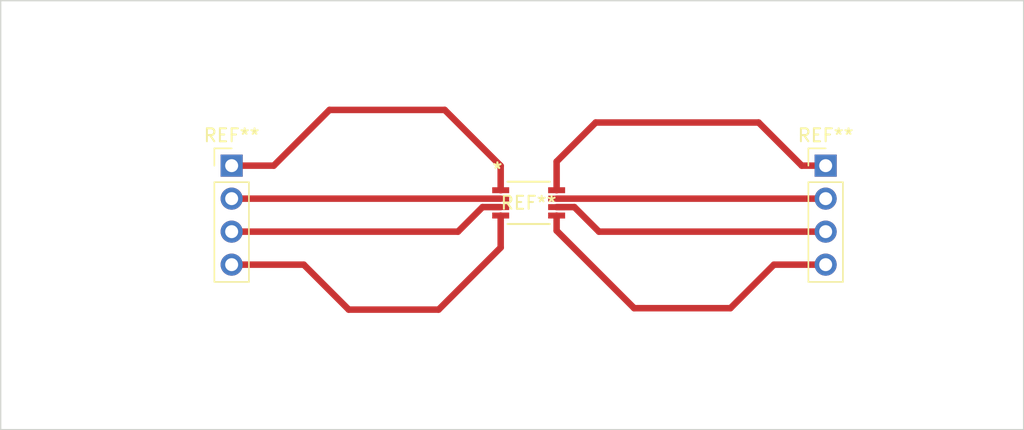
<source format=kicad_pcb>
(kicad_pcb (version 20221018) (generator pcbnew)
  (layers (0 "F.Cu" signal) (31 "B.Cu" signal) (34 "B.Paste" user) (35 "F.Paste" user) (36 "B.SilkS" user "B.Silkscreen") (37 "F.SilkS" user "F.Silkscreen") (38 "B.Mask" user) (39 "F.Mask" user) (44 "Edge.Cuts" user))
  (net 0 "")
  (footprint "Connector_PinHeader_2.54mm:PinHeader_1x04_P2.54mm_Vertical" (layer "F.Cu") (at 154.94 91.44)
    (fp_text reference "REF**" (at 0 -2.33) (layer "F.SilkS"))
    (fp_text value "PinHeader_1x04_P2.54mm_Vertical")
    (fp_line (start -1.33 -1.33) (end 0 -1.33) (stroke (width 0.12)) (layer "F.SilkS"))
    (fp_line (start -1.33 0) (end -1.33 -1.33) (stroke (width 0.12)) (layer "F.SilkS"))
    (fp_line (start -1.33 1.27) (end -1.33 8.95) (stroke (width 0.12)) (layer "F.SilkS"))
    (fp_line (start -1.33 1.27) (end 1.33 1.27) (stroke (width 0.12)) (layer "F.SilkS"))
    (fp_line (start -1.33 8.95) (end 1.33 8.95) (stroke (width 0.12)) (layer "F.SilkS"))
    (fp_line (start 1.33 1.27) (end 1.33 8.95) (stroke (width 0.12)) (layer "F.SilkS"))
    (pad "1" thru_hole rect (at 0 0) (size 1.7 1.7) (drill 1) (layers "*.Cu" "*.Mask"))
    (pad "2" thru_hole oval (at 0 2.54) (size 1.7 1.7) (drill 1) (layers "*.Cu" "*.Mask"))
    (pad "3" thru_hole oval (at 0 5.08) (size 1.7 1.7) (drill 1) (layers "*.Cu" "*.Mask"))
    (pad "4" thru_hole oval (at 0 7.62) (size 1.7 1.7) (drill 1) (layers "*.Cu" "*.Mask"))
  )
  (footprint "VCO:TSSOP8_3P10X3P10_ONS" (layer "F.Cu") (at 132.08 94.305001)
    (fp_text reference "REF**" (at 0 0 unlocked) (layer "F.SilkS"))
    (fp_text value "TSSOP8_3P10X3P10_ONS")
    (fp_text user "*" (at -2.40665 -2.5752 unlocked) (layer "F.SilkS"))
    (fp_text user "*" (at -2.40665 -2.5752) (layer "F.SilkS"))
    (fp_line (start -1.6256 1.6256) (end 1.6256 1.6256) (stroke (width 0.1524)) (layer "F.SilkS"))
    (fp_line (start 1.6256 -1.6256) (end -1.6256 -1.6256) (stroke (width 0.1524)) (layer "F.SilkS"))
    (pad "1" smd rect (at -2.15265 -0.974999) (size 1.3081 0.4572) (layers "F.Cu" "F.Paste" "F.Mask"))
    (pad "2" smd rect (at -2.15265 -0.325001) (size 1.3081 0.4572) (layers "F.Cu" "F.Paste" "F.Mask"))
    (pad "3" smd rect (at -2.15265 0.325001) (size 1.3081 0.4572) (layers "F.Cu" "F.Paste" "F.Mask"))
    (pad "4" smd rect (at -2.15265 0.974999) (size 1.3081 0.4572) (layers "F.Cu" "F.Paste" "F.Mask"))
    (pad "5" smd rect (at 2.15265 0.974999) (size 1.3081 0.4572) (layers "F.Cu" "F.Paste" "F.Mask"))
    (pad "6" smd rect (at 2.15265 0.325001) (size 1.3081 0.4572) (layers "F.Cu" "F.Paste" "F.Mask"))
    (pad "7" smd rect (at 2.15265 -0.325001) (size 1.3081 0.4572) (layers "F.Cu" "F.Paste" "F.Mask"))
    (pad "8" smd rect (at 2.15265 -0.974999) (size 1.3081 0.4572) (layers "F.Cu" "F.Paste" "F.Mask"))
  )
  (footprint "Connector_PinHeader_2.54mm:PinHeader_1x04_P2.54mm_Vertical" (layer "F.Cu") (at 109.22 91.44)
    (fp_text reference "REF**" (at 0 -2.33) (layer "F.SilkS"))
    (fp_text value "PinHeader_1x04_P2.54mm_Vertical")
    (fp_line (start -1.33 -1.33) (end 0 -1.33) (stroke (width 0.12)) (layer "F.SilkS"))
    (fp_line (start -1.33 0) (end -1.33 -1.33) (stroke (width 0.12)) (layer "F.SilkS"))
    (fp_line (start -1.33 1.27) (end -1.33 8.95) (stroke (width 0.12)) (layer "F.SilkS"))
    (fp_line (start -1.33 1.27) (end 1.33 1.27) (stroke (width 0.12)) (layer "F.SilkS"))
    (fp_line (start -1.33 8.95) (end 1.33 8.95) (stroke (width 0.12)) (layer "F.SilkS"))
    (fp_line (start 1.33 1.27) (end 1.33 8.95) (stroke (width 0.12)) (layer "F.SilkS"))
    (pad "1" thru_hole rect (at 0 0) (size 1.7 1.7) (drill 1) (layers "*.Cu" "*.Mask"))
    (pad "2" thru_hole oval (at 0 2.54) (size 1.7 1.7) (drill 1) (layers "*.Cu" "*.Mask"))
    (pad "3" thru_hole oval (at 0 5.08) (size 1.7 1.7) (drill 1) (layers "*.Cu" "*.Mask"))
    (pad "4" thru_hole oval (at 0 7.62) (size 1.7 1.7) (drill 1) (layers "*.Cu" "*.Mask"))
  )
  (gr_rect (start 91.44 78.74) (end 170.18 111.76) (stroke (width 0.1)) (fill none) (layer "Edge.Cuts"))
  (segment (start 135.600002 94.630002) (end 137.49 96.52) (width 0.5) (layer "F.Cu") (net 0))
  (segment (start 134.23265 96.44265) (end 140.2 102.41) (width 0.5) (layer "F.Cu") (net 0))
  (segment (start 125.15 102.52) (end 118.23 102.52) (width 0.5) (layer "F.Cu") (net 0))
  (segment (start 134.23265 93.330002) (end 134.23265 91.12735) (width 0.5) (layer "F.Cu") (net 0))
  (segment (start 129.92735 93.330002) (end 129.92735 91.45735) (width 0.5) (layer "F.Cu") (net 0))
  (segment (start 116.75 87.15) (end 112.46 91.44) (width 0.5) (layer "F.Cu") (net 0))
  (segment (start 129.92735 93.98) (end 109.22 93.98) (width 0.5) (layer "F.Cu") (net 0))
  (segment (start 154.94 93.98) (end 134.23265 93.98) (width 0.5) (layer "F.Cu") (net 0))
  (segment (start 150.96 99.06) (end 154.94 99.06) (width 0.5) (layer "F.Cu") (net 0))
  (segment (start 125.62 87.15) (end 116.75 87.15) (width 0.5) (layer "F.Cu") (net 0))
  (segment (start 118.23 102.52) (end 114.77 99.06) (width 0.5) (layer "F.Cu") (net 0))
  (segment (start 129.92735 95.28) (end 129.92735 97.74265) (width 0.5) (layer "F.Cu") (net 0))
  (segment (start 140.2 102.41) (end 147.61 102.41) (width 0.5) (layer "F.Cu") (net 0))
  (segment (start 128.529998 94.630002) (end 126.64 96.52) (width 0.5) (layer "F.Cu") (net 0))
  (segment (start 129.92735 91.45735) (end 125.62 87.15) (width 0.5) (layer "F.Cu") (net 0))
  (segment (start 134.23265 95.28) (end 134.23265 96.44265) (width 0.5) (layer "F.Cu") (net 0))
  (segment (start 137.24 88.12) (end 149.78 88.12) (width 0.5) (layer "F.Cu") (net 0))
  (segment (start 129.92735 97.74265) (end 125.15 102.52) (width 0.5) (layer "F.Cu") (net 0))
  (segment (start 149.78 88.12) (end 153.1 91.44) (width 0.5) (layer "F.Cu") (net 0))
  (segment (start 137.49 96.52) (end 154.94 96.52) (width 0.5) (layer "F.Cu") (net 0))
  (segment (start 112.46 91.44) (end 109.22 91.44) (width 0.5) (layer "F.Cu") (net 0))
  (segment (start 153.1 91.44) (end 154.94 91.44) (width 0.5) (layer "F.Cu") (net 0))
  (segment (start 147.61 102.41) (end 150.96 99.06) (width 0.5) (layer "F.Cu") (net 0))
  (segment (start 126.64 96.52) (end 109.22 96.52) (width 0.5) (layer "F.Cu") (net 0))
  (segment (start 134.23265 91.12735) (end 137.24 88.12) (width 0.5) (layer "F.Cu") (net 0))
  (segment (start 129.92735 94.630002) (end 128.529998 94.630002) (width 0.5) (layer "F.Cu") (net 0))
  (segment (start 134.23265 94.630002) (end 135.600002 94.630002) (width 0.5) (layer "F.Cu") (net 0))
  (segment (start 114.77 99.06) (end 109.22 99.06) (width 0.5) (layer "F.Cu") (net 0))
)
</source>
